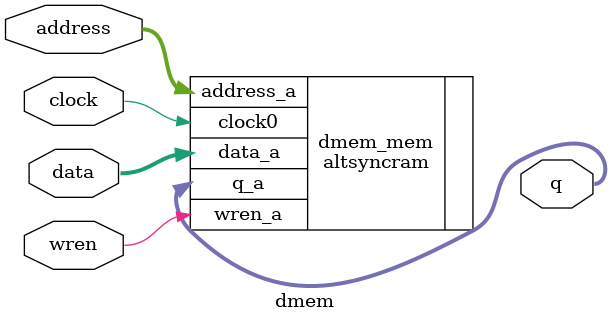
<source format=v>
module dmem (
    input  [11:0] address,
    input         clock,
    input  [31:0] data,
    input         wren,
    output [31:0] q
);
    altsyncram #(
        .operation_mode("SINGLE_PORT"),
        .width_a(32),
        .widthad_a(12),
        .numwords_a(4096),
        .outdata_reg_a("UNREGISTERED"),
        .init_file("dmem.mif")
    ) dmem_mem (
        // Port A (used)
        .address_a(address),
        .clock0(clock),
        .data_a(data),
        .wren_a(wren),
        .q_a(q)

        // No Port B or clock1 signals
    );
endmodule
</source>
